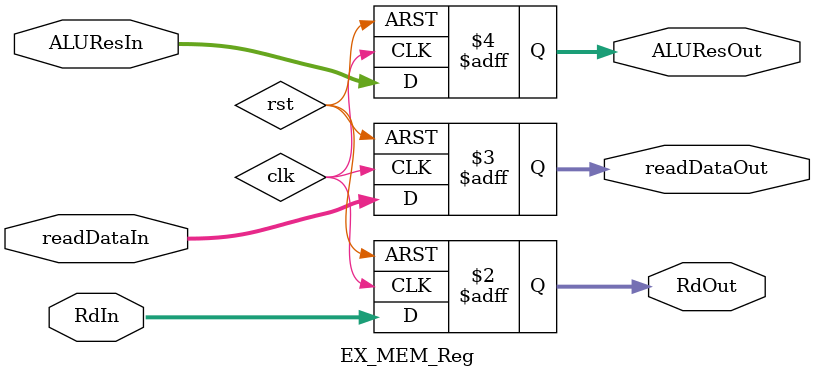
<source format=sv>
module EX_MEM_Reg(input[2:0] RdIn, input[7:0] readDataIn, ALUResIn,
  output logic[2:0] RdOut, output logic[7:0] readDataOut,ALUResOut);
	always@(posedge clk,posedge rst)begin
    if(rst) begin
      RdOut <= 3'b0;
      readDataOut <= 8'b0;
      ALUResOut <= 8'b0;
    end
    else begin
      RdOut <= RdIn;
      readDataOut <= readDataIn;
      ALUResOut <= ALUResIn;
    end
  end
endmodule 
</source>
